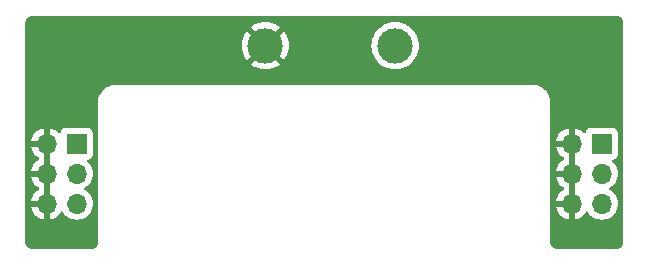
<source format=gbr>
%TF.GenerationSoftware,KiCad,Pcbnew,8.0.1*%
%TF.CreationDate,2024-04-21T16:39:34-04:00*%
%TF.ProjectId,breadboard_pwr_jumper,62726561-6462-46f6-9172-645f7077725f,rev?*%
%TF.SameCoordinates,PX5c38660PY52dfd20*%
%TF.FileFunction,Copper,L2,Bot*%
%TF.FilePolarity,Positive*%
%FSLAX46Y46*%
G04 Gerber Fmt 4.6, Leading zero omitted, Abs format (unit mm)*
G04 Created by KiCad (PCBNEW 8.0.1) date 2024-04-21 16:39:34*
%MOMM*%
%LPD*%
G01*
G04 APERTURE LIST*
%TA.AperFunction,ComponentPad*%
%ADD10C,3.000000*%
%TD*%
%TA.AperFunction,ComponentPad*%
%ADD11R,1.700000X1.700000*%
%TD*%
%TA.AperFunction,ComponentPad*%
%ADD12O,1.700000X1.700000*%
%TD*%
G04 APERTURE END LIST*
D10*
%TO.P,TP2,1,1*%
%TO.N,/V2*%
X21800000Y-4800000D03*
%TD*%
%TO.P,TP1,1,1*%
%TO.N,/V1*%
X32800000Y-4800000D03*
%TD*%
D11*
%TO.P,J2,1,Pin_1*%
%TO.N,/V1*%
X50290000Y-13100000D03*
D12*
%TO.P,J2,2,Pin_2*%
%TO.N,/V2*%
X47750000Y-13100000D03*
%TO.P,J2,3,Pin_3*%
%TO.N,/V1*%
X50290000Y-15640000D03*
%TO.P,J2,4,Pin_4*%
%TO.N,/V2*%
X47750000Y-15640000D03*
%TO.P,J2,5,Pin_5*%
%TO.N,/V1*%
X50290000Y-18180000D03*
%TO.P,J2,6,Pin_6*%
%TO.N,/V2*%
X47750000Y-18180000D03*
%TD*%
D11*
%TO.P,J1,1,Pin_1*%
%TO.N,/V1*%
X5840000Y-13100000D03*
D12*
%TO.P,J1,2,Pin_2*%
%TO.N,/V2*%
X3300000Y-13100000D03*
%TO.P,J1,3,Pin_3*%
%TO.N,/V1*%
X5840000Y-15640000D03*
%TO.P,J1,4,Pin_4*%
%TO.N,/V2*%
X3300000Y-15640000D03*
%TO.P,J1,5,Pin_5*%
%TO.N,/V1*%
X5840000Y-18180000D03*
%TO.P,J1,6,Pin_6*%
%TO.N,/V2*%
X3300000Y-18180000D03*
%TD*%
%TA.AperFunction,Conductor*%
%TO.N,/V2*%
G36*
X3550000Y-17746988D02*
G01*
X3492993Y-17714075D01*
X3365826Y-17680000D01*
X3234174Y-17680000D01*
X3107007Y-17714075D01*
X3050000Y-17746988D01*
X3050000Y-16073012D01*
X3107007Y-16105925D01*
X3234174Y-16140000D01*
X3365826Y-16140000D01*
X3492993Y-16105925D01*
X3550000Y-16073012D01*
X3550000Y-17746988D01*
G37*
%TD.AperFunction*%
%TA.AperFunction,Conductor*%
G36*
X3550000Y-15206988D02*
G01*
X3492993Y-15174075D01*
X3365826Y-15140000D01*
X3234174Y-15140000D01*
X3107007Y-15174075D01*
X3050000Y-15206988D01*
X3050000Y-13533012D01*
X3107007Y-13565925D01*
X3234174Y-13600000D01*
X3365826Y-13600000D01*
X3492993Y-13565925D01*
X3550000Y-13533012D01*
X3550000Y-15206988D01*
G37*
%TD.AperFunction*%
%TA.AperFunction,Conductor*%
G36*
X48000000Y-17746988D02*
G01*
X47942993Y-17714075D01*
X47815826Y-17680000D01*
X47684174Y-17680000D01*
X47557007Y-17714075D01*
X47500000Y-17746988D01*
X47500000Y-16073012D01*
X47557007Y-16105925D01*
X47684174Y-16140000D01*
X47815826Y-16140000D01*
X47942993Y-16105925D01*
X48000000Y-16073012D01*
X48000000Y-17746988D01*
G37*
%TD.AperFunction*%
%TA.AperFunction,Conductor*%
G36*
X48000000Y-15206988D02*
G01*
X47942993Y-15174075D01*
X47815826Y-15140000D01*
X47684174Y-15140000D01*
X47557007Y-15174075D01*
X47500000Y-15206988D01*
X47500000Y-13533012D01*
X47557007Y-13565925D01*
X47684174Y-13600000D01*
X47815826Y-13600000D01*
X47942993Y-13565925D01*
X48000000Y-13533012D01*
X48000000Y-15206988D01*
G37*
%TD.AperFunction*%
%TA.AperFunction,Conductor*%
G36*
X51606922Y-2301280D02*
G01*
X51697266Y-2311459D01*
X51724331Y-2317636D01*
X51803540Y-2345352D01*
X51828553Y-2357398D01*
X51899606Y-2402043D01*
X51921313Y-2419355D01*
X51980644Y-2478686D01*
X51997957Y-2500395D01*
X52042600Y-2571444D01*
X52054648Y-2596462D01*
X52082362Y-2675666D01*
X52088540Y-2702735D01*
X52098720Y-2793076D01*
X52099500Y-2806961D01*
X52099500Y-21483038D01*
X52098720Y-21496923D01*
X52088540Y-21587264D01*
X52082362Y-21614333D01*
X52054648Y-21693537D01*
X52042600Y-21718555D01*
X51997957Y-21789604D01*
X51980644Y-21811313D01*
X51921313Y-21870644D01*
X51899604Y-21887957D01*
X51828555Y-21932600D01*
X51803537Y-21944648D01*
X51724333Y-21972362D01*
X51697264Y-21978540D01*
X51617075Y-21987576D01*
X51606921Y-21988720D01*
X51593038Y-21989500D01*
X46456962Y-21989500D01*
X46443078Y-21988720D01*
X46430553Y-21987308D01*
X46352735Y-21978540D01*
X46325666Y-21972362D01*
X46246462Y-21944648D01*
X46221444Y-21932600D01*
X46150395Y-21887957D01*
X46128686Y-21870644D01*
X46069355Y-21811313D01*
X46052042Y-21789604D01*
X46007399Y-21718555D01*
X45995351Y-21693537D01*
X45967637Y-21614333D01*
X45961459Y-21587263D01*
X45951280Y-21496922D01*
X45950500Y-21483038D01*
X45950500Y-18430000D01*
X46419364Y-18430000D01*
X46476567Y-18643486D01*
X46476570Y-18643492D01*
X46576399Y-18857578D01*
X46711894Y-19051082D01*
X46878917Y-19218105D01*
X47072421Y-19353600D01*
X47286507Y-19453429D01*
X47286516Y-19453433D01*
X47500000Y-19510634D01*
X47500000Y-18613012D01*
X47557007Y-18645925D01*
X47684174Y-18680000D01*
X47815826Y-18680000D01*
X47942993Y-18645925D01*
X48000000Y-18613012D01*
X48000000Y-19510633D01*
X48213483Y-19453433D01*
X48213492Y-19453429D01*
X48427578Y-19353600D01*
X48621082Y-19218105D01*
X48788105Y-19051082D01*
X48918119Y-18865405D01*
X48972696Y-18821781D01*
X49042195Y-18814588D01*
X49104549Y-18846110D01*
X49121269Y-18865405D01*
X49251505Y-19051401D01*
X49418599Y-19218495D01*
X49515384Y-19286265D01*
X49612165Y-19354032D01*
X49612167Y-19354033D01*
X49612170Y-19354035D01*
X49826337Y-19453903D01*
X50054592Y-19515063D01*
X50242918Y-19531539D01*
X50289999Y-19535659D01*
X50290000Y-19535659D01*
X50290001Y-19535659D01*
X50329234Y-19532226D01*
X50525408Y-19515063D01*
X50753663Y-19453903D01*
X50967830Y-19354035D01*
X51161401Y-19218495D01*
X51328495Y-19051401D01*
X51464035Y-18857830D01*
X51563903Y-18643663D01*
X51625063Y-18415408D01*
X51645659Y-18180000D01*
X51625063Y-17944592D01*
X51563903Y-17716337D01*
X51464035Y-17502171D01*
X51458731Y-17494595D01*
X51328494Y-17308597D01*
X51161402Y-17141506D01*
X51161396Y-17141501D01*
X50975842Y-17011575D01*
X50932217Y-16956998D01*
X50925023Y-16887500D01*
X50956546Y-16825145D01*
X50975842Y-16808425D01*
X50998026Y-16792891D01*
X51161401Y-16678495D01*
X51328495Y-16511401D01*
X51464035Y-16317830D01*
X51563903Y-16103663D01*
X51625063Y-15875408D01*
X51645659Y-15640000D01*
X51625063Y-15404592D01*
X51563903Y-15176337D01*
X51464035Y-14962171D01*
X51458730Y-14954595D01*
X51328496Y-14768600D01*
X51328494Y-14768598D01*
X51206567Y-14646671D01*
X51173084Y-14585351D01*
X51178068Y-14515659D01*
X51219939Y-14459725D01*
X51250915Y-14442810D01*
X51382331Y-14393796D01*
X51497546Y-14307546D01*
X51583796Y-14192331D01*
X51634091Y-14057483D01*
X51640500Y-13997873D01*
X51640499Y-12202128D01*
X51634091Y-12142517D01*
X51633002Y-12139598D01*
X51583797Y-12007671D01*
X51583793Y-12007664D01*
X51497547Y-11892455D01*
X51497544Y-11892452D01*
X51382335Y-11806206D01*
X51382328Y-11806202D01*
X51247482Y-11755908D01*
X51247483Y-11755908D01*
X51187883Y-11749501D01*
X51187881Y-11749500D01*
X51187873Y-11749500D01*
X51187864Y-11749500D01*
X49392129Y-11749500D01*
X49392123Y-11749501D01*
X49332516Y-11755908D01*
X49197671Y-11806202D01*
X49197664Y-11806206D01*
X49082455Y-11892452D01*
X49082452Y-11892455D01*
X48996206Y-12007664D01*
X48996202Y-12007671D01*
X48946997Y-12139598D01*
X48905126Y-12195532D01*
X48839661Y-12219949D01*
X48771388Y-12205097D01*
X48743134Y-12183946D01*
X48621082Y-12061894D01*
X48427578Y-11926399D01*
X48213492Y-11826570D01*
X48213486Y-11826567D01*
X48000000Y-11769364D01*
X48000000Y-12666988D01*
X47942993Y-12634075D01*
X47815826Y-12600000D01*
X47684174Y-12600000D01*
X47557007Y-12634075D01*
X47500000Y-12666988D01*
X47500000Y-11769364D01*
X47499999Y-11769364D01*
X47286513Y-11826567D01*
X47286507Y-11826570D01*
X47072422Y-11926399D01*
X47072420Y-11926400D01*
X46878926Y-12061886D01*
X46878920Y-12061891D01*
X46711891Y-12228920D01*
X46711886Y-12228926D01*
X46576400Y-12422420D01*
X46576399Y-12422422D01*
X46476570Y-12636507D01*
X46476567Y-12636513D01*
X46419364Y-12849999D01*
X46419364Y-12850000D01*
X47316988Y-12850000D01*
X47284075Y-12907007D01*
X47250000Y-13034174D01*
X47250000Y-13165826D01*
X47284075Y-13292993D01*
X47316988Y-13350000D01*
X46419364Y-13350000D01*
X46476567Y-13563486D01*
X46476570Y-13563492D01*
X46576399Y-13777578D01*
X46711894Y-13971082D01*
X46878917Y-14138105D01*
X47065031Y-14268425D01*
X47108656Y-14323003D01*
X47115848Y-14392501D01*
X47084326Y-14454856D01*
X47065031Y-14471575D01*
X46878922Y-14601890D01*
X46878920Y-14601891D01*
X46711891Y-14768920D01*
X46711886Y-14768926D01*
X46576400Y-14962420D01*
X46576399Y-14962422D01*
X46476570Y-15176507D01*
X46476567Y-15176513D01*
X46419364Y-15389999D01*
X46419364Y-15390000D01*
X47316988Y-15390000D01*
X47284075Y-15447007D01*
X47250000Y-15574174D01*
X47250000Y-15705826D01*
X47284075Y-15832993D01*
X47316988Y-15890000D01*
X46419364Y-15890000D01*
X46476567Y-16103486D01*
X46476570Y-16103492D01*
X46576399Y-16317578D01*
X46711894Y-16511082D01*
X46878917Y-16678105D01*
X47065031Y-16808425D01*
X47108656Y-16863003D01*
X47115848Y-16932501D01*
X47084326Y-16994856D01*
X47065031Y-17011575D01*
X46878922Y-17141890D01*
X46878920Y-17141891D01*
X46711891Y-17308920D01*
X46711886Y-17308926D01*
X46576400Y-17502420D01*
X46576399Y-17502422D01*
X46476570Y-17716507D01*
X46476567Y-17716513D01*
X46419364Y-17929999D01*
X46419364Y-17930000D01*
X47316988Y-17930000D01*
X47284075Y-17987007D01*
X47250000Y-18114174D01*
X47250000Y-18245826D01*
X47284075Y-18372993D01*
X47316988Y-18430000D01*
X46419364Y-18430000D01*
X45950500Y-18430000D01*
X45950500Y-9492683D01*
X45950500Y-9492682D01*
X45919954Y-9280231D01*
X45859484Y-9074290D01*
X45859483Y-9074288D01*
X45859482Y-9074284D01*
X45770327Y-8879061D01*
X45770320Y-8879048D01*
X45737211Y-8827531D01*
X45654281Y-8698487D01*
X45621172Y-8660277D01*
X45513724Y-8536275D01*
X45351514Y-8395720D01*
X45351513Y-8395719D01*
X45286991Y-8354253D01*
X45170951Y-8279679D01*
X45170938Y-8279672D01*
X44975715Y-8190517D01*
X44769774Y-8130047D01*
X44769764Y-8130044D01*
X44578754Y-8102582D01*
X44557318Y-8099500D01*
X44515892Y-8099500D01*
X9215892Y-8099500D01*
X9150000Y-8099500D01*
X9042682Y-8099500D01*
X8830235Y-8130044D01*
X8830225Y-8130047D01*
X8624284Y-8190517D01*
X8429061Y-8279672D01*
X8429048Y-8279679D01*
X8248485Y-8395720D01*
X8086275Y-8536275D01*
X7945720Y-8698485D01*
X7829679Y-8879048D01*
X7829672Y-8879061D01*
X7740517Y-9074284D01*
X7680047Y-9280225D01*
X7680044Y-9280235D01*
X7649500Y-9492682D01*
X7649500Y-21483038D01*
X7648720Y-21496923D01*
X7638540Y-21587264D01*
X7632362Y-21614333D01*
X7604648Y-21693537D01*
X7592600Y-21718555D01*
X7547957Y-21789604D01*
X7530644Y-21811313D01*
X7471313Y-21870644D01*
X7449604Y-21887957D01*
X7378555Y-21932600D01*
X7353537Y-21944648D01*
X7274333Y-21972362D01*
X7247264Y-21978540D01*
X7167075Y-21987576D01*
X7156921Y-21988720D01*
X7143038Y-21989500D01*
X2006962Y-21989500D01*
X1993078Y-21988720D01*
X1980553Y-21987308D01*
X1902735Y-21978540D01*
X1875666Y-21972362D01*
X1796462Y-21944648D01*
X1771444Y-21932600D01*
X1700395Y-21887957D01*
X1678686Y-21870644D01*
X1619355Y-21811313D01*
X1602042Y-21789604D01*
X1557399Y-21718555D01*
X1545351Y-21693537D01*
X1517637Y-21614333D01*
X1511459Y-21587263D01*
X1501280Y-21496922D01*
X1500500Y-21483038D01*
X1500500Y-18430000D01*
X1969364Y-18430000D01*
X2026567Y-18643486D01*
X2026570Y-18643492D01*
X2126399Y-18857578D01*
X2261894Y-19051082D01*
X2428917Y-19218105D01*
X2622421Y-19353600D01*
X2836507Y-19453429D01*
X2836516Y-19453433D01*
X3050000Y-19510634D01*
X3050000Y-18613012D01*
X3107007Y-18645925D01*
X3234174Y-18680000D01*
X3365826Y-18680000D01*
X3492993Y-18645925D01*
X3550000Y-18613012D01*
X3550000Y-19510633D01*
X3763483Y-19453433D01*
X3763492Y-19453429D01*
X3977578Y-19353600D01*
X4171082Y-19218105D01*
X4338105Y-19051082D01*
X4468119Y-18865405D01*
X4522696Y-18821781D01*
X4592195Y-18814588D01*
X4654549Y-18846110D01*
X4671269Y-18865405D01*
X4801505Y-19051401D01*
X4968599Y-19218495D01*
X5065384Y-19286265D01*
X5162165Y-19354032D01*
X5162167Y-19354033D01*
X5162170Y-19354035D01*
X5376337Y-19453903D01*
X5604592Y-19515063D01*
X5792918Y-19531539D01*
X5839999Y-19535659D01*
X5840000Y-19535659D01*
X5840001Y-19535659D01*
X5879234Y-19532226D01*
X6075408Y-19515063D01*
X6303663Y-19453903D01*
X6517830Y-19354035D01*
X6711401Y-19218495D01*
X6878495Y-19051401D01*
X7014035Y-18857830D01*
X7113903Y-18643663D01*
X7175063Y-18415408D01*
X7195659Y-18180000D01*
X7175063Y-17944592D01*
X7113903Y-17716337D01*
X7014035Y-17502171D01*
X7008731Y-17494595D01*
X6878494Y-17308597D01*
X6711402Y-17141506D01*
X6711396Y-17141501D01*
X6525842Y-17011575D01*
X6482217Y-16956998D01*
X6475023Y-16887500D01*
X6506546Y-16825145D01*
X6525842Y-16808425D01*
X6548026Y-16792891D01*
X6711401Y-16678495D01*
X6878495Y-16511401D01*
X7014035Y-16317830D01*
X7113903Y-16103663D01*
X7175063Y-15875408D01*
X7195659Y-15640000D01*
X7175063Y-15404592D01*
X7113903Y-15176337D01*
X7014035Y-14962171D01*
X7008730Y-14954595D01*
X6878496Y-14768600D01*
X6878494Y-14768598D01*
X6756567Y-14646671D01*
X6723084Y-14585351D01*
X6728068Y-14515659D01*
X6769939Y-14459725D01*
X6800915Y-14442810D01*
X6932331Y-14393796D01*
X7047546Y-14307546D01*
X7133796Y-14192331D01*
X7184091Y-14057483D01*
X7190500Y-13997873D01*
X7190499Y-12202128D01*
X7184091Y-12142517D01*
X7183002Y-12139598D01*
X7133797Y-12007671D01*
X7133793Y-12007664D01*
X7047547Y-11892455D01*
X7047544Y-11892452D01*
X6932335Y-11806206D01*
X6932328Y-11806202D01*
X6797482Y-11755908D01*
X6797483Y-11755908D01*
X6737883Y-11749501D01*
X6737881Y-11749500D01*
X6737873Y-11749500D01*
X6737864Y-11749500D01*
X4942129Y-11749500D01*
X4942123Y-11749501D01*
X4882516Y-11755908D01*
X4747671Y-11806202D01*
X4747664Y-11806206D01*
X4632455Y-11892452D01*
X4632452Y-11892455D01*
X4546206Y-12007664D01*
X4546202Y-12007671D01*
X4496997Y-12139598D01*
X4455126Y-12195532D01*
X4389661Y-12219949D01*
X4321388Y-12205097D01*
X4293134Y-12183946D01*
X4171082Y-12061894D01*
X3977578Y-11926399D01*
X3763492Y-11826570D01*
X3763486Y-11826567D01*
X3550000Y-11769364D01*
X3550000Y-12666988D01*
X3492993Y-12634075D01*
X3365826Y-12600000D01*
X3234174Y-12600000D01*
X3107007Y-12634075D01*
X3050000Y-12666988D01*
X3050000Y-11769364D01*
X3049999Y-11769364D01*
X2836513Y-11826567D01*
X2836507Y-11826570D01*
X2622422Y-11926399D01*
X2622420Y-11926400D01*
X2428926Y-12061886D01*
X2428920Y-12061891D01*
X2261891Y-12228920D01*
X2261886Y-12228926D01*
X2126400Y-12422420D01*
X2126399Y-12422422D01*
X2026570Y-12636507D01*
X2026567Y-12636513D01*
X1969364Y-12849999D01*
X1969364Y-12850000D01*
X2866988Y-12850000D01*
X2834075Y-12907007D01*
X2800000Y-13034174D01*
X2800000Y-13165826D01*
X2834075Y-13292993D01*
X2866988Y-13350000D01*
X1969364Y-13350000D01*
X2026567Y-13563486D01*
X2026570Y-13563492D01*
X2126399Y-13777578D01*
X2261894Y-13971082D01*
X2428917Y-14138105D01*
X2615031Y-14268425D01*
X2658656Y-14323003D01*
X2665848Y-14392501D01*
X2634326Y-14454856D01*
X2615031Y-14471575D01*
X2428922Y-14601890D01*
X2428920Y-14601891D01*
X2261891Y-14768920D01*
X2261886Y-14768926D01*
X2126400Y-14962420D01*
X2126399Y-14962422D01*
X2026570Y-15176507D01*
X2026567Y-15176513D01*
X1969364Y-15389999D01*
X1969364Y-15390000D01*
X2866988Y-15390000D01*
X2834075Y-15447007D01*
X2800000Y-15574174D01*
X2800000Y-15705826D01*
X2834075Y-15832993D01*
X2866988Y-15890000D01*
X1969364Y-15890000D01*
X2026567Y-16103486D01*
X2026570Y-16103492D01*
X2126399Y-16317578D01*
X2261894Y-16511082D01*
X2428917Y-16678105D01*
X2615031Y-16808425D01*
X2658656Y-16863003D01*
X2665848Y-16932501D01*
X2634326Y-16994856D01*
X2615031Y-17011575D01*
X2428922Y-17141890D01*
X2428920Y-17141891D01*
X2261891Y-17308920D01*
X2261886Y-17308926D01*
X2126400Y-17502420D01*
X2126399Y-17502422D01*
X2026570Y-17716507D01*
X2026567Y-17716513D01*
X1969364Y-17929999D01*
X1969364Y-17930000D01*
X2866988Y-17930000D01*
X2834075Y-17987007D01*
X2800000Y-18114174D01*
X2800000Y-18245826D01*
X2834075Y-18372993D01*
X2866988Y-18430000D01*
X1969364Y-18430000D01*
X1500500Y-18430000D01*
X1500500Y-4800001D01*
X19794891Y-4800001D01*
X19815300Y-5085362D01*
X19876109Y-5364895D01*
X19976091Y-5632958D01*
X20113191Y-5884038D01*
X20113196Y-5884046D01*
X20219882Y-6026561D01*
X20219883Y-6026562D01*
X21084152Y-5162292D01*
X21091049Y-5178942D01*
X21178599Y-5309970D01*
X21290030Y-5421401D01*
X21421058Y-5508951D01*
X21437705Y-5515846D01*
X20573436Y-6380115D01*
X20715960Y-6486807D01*
X20715961Y-6486808D01*
X20967042Y-6623908D01*
X20967041Y-6623908D01*
X21235104Y-6723890D01*
X21514637Y-6784699D01*
X21799999Y-6805109D01*
X21800001Y-6805109D01*
X22085362Y-6784699D01*
X22364895Y-6723890D01*
X22632958Y-6623908D01*
X22884047Y-6486803D01*
X23026561Y-6380116D01*
X23026562Y-6380115D01*
X22162294Y-5515846D01*
X22178942Y-5508951D01*
X22309970Y-5421401D01*
X22421401Y-5309970D01*
X22508951Y-5178942D01*
X22515846Y-5162293D01*
X23380115Y-6026562D01*
X23380116Y-6026561D01*
X23486803Y-5884047D01*
X23623908Y-5632958D01*
X23723890Y-5364895D01*
X23784699Y-5085362D01*
X23805109Y-4800001D01*
X30794390Y-4800001D01*
X30814804Y-5085433D01*
X30875628Y-5365037D01*
X30875630Y-5365043D01*
X30875631Y-5365046D01*
X30929305Y-5508951D01*
X30975635Y-5633166D01*
X31112770Y-5884309D01*
X31112775Y-5884317D01*
X31284254Y-6113387D01*
X31284270Y-6113405D01*
X31486594Y-6315729D01*
X31486612Y-6315745D01*
X31715682Y-6487224D01*
X31715690Y-6487229D01*
X31966833Y-6624364D01*
X31966832Y-6624364D01*
X31966836Y-6624365D01*
X31966839Y-6624367D01*
X32234954Y-6724369D01*
X32234960Y-6724370D01*
X32234962Y-6724371D01*
X32514566Y-6785195D01*
X32514568Y-6785195D01*
X32514572Y-6785196D01*
X32768220Y-6803337D01*
X32799999Y-6805610D01*
X32800000Y-6805610D01*
X32800001Y-6805610D01*
X32828595Y-6803564D01*
X33085428Y-6785196D01*
X33365046Y-6724369D01*
X33633161Y-6624367D01*
X33884315Y-6487226D01*
X34113395Y-6315739D01*
X34315739Y-6113395D01*
X34487226Y-5884315D01*
X34624367Y-5633161D01*
X34724369Y-5365046D01*
X34785196Y-5085428D01*
X34805610Y-4800000D01*
X34785196Y-4514572D01*
X34764853Y-4421058D01*
X34724371Y-4234962D01*
X34724370Y-4234960D01*
X34724369Y-4234954D01*
X34624367Y-3966839D01*
X34487372Y-3715953D01*
X34487229Y-3715690D01*
X34487224Y-3715682D01*
X34315745Y-3486612D01*
X34315729Y-3486594D01*
X34113405Y-3284270D01*
X34113387Y-3284254D01*
X33884317Y-3112775D01*
X33884309Y-3112770D01*
X33633166Y-2975635D01*
X33633167Y-2975635D01*
X33525915Y-2935632D01*
X33365046Y-2875631D01*
X33365043Y-2875630D01*
X33365037Y-2875628D01*
X33085433Y-2814804D01*
X32800001Y-2794390D01*
X32799999Y-2794390D01*
X32514566Y-2814804D01*
X32234962Y-2875628D01*
X31966833Y-2975635D01*
X31715690Y-3112770D01*
X31715682Y-3112775D01*
X31486612Y-3284254D01*
X31486594Y-3284270D01*
X31284270Y-3486594D01*
X31284254Y-3486612D01*
X31112775Y-3715682D01*
X31112770Y-3715690D01*
X30975635Y-3966833D01*
X30875628Y-4234962D01*
X30814804Y-4514566D01*
X30794390Y-4799998D01*
X30794390Y-4800001D01*
X23805109Y-4800001D01*
X23805109Y-4799998D01*
X23784699Y-4514637D01*
X23723890Y-4235104D01*
X23623908Y-3967041D01*
X23486808Y-3715961D01*
X23486807Y-3715960D01*
X23380115Y-3573436D01*
X22515846Y-4437705D01*
X22508951Y-4421058D01*
X22421401Y-4290030D01*
X22309970Y-4178599D01*
X22178942Y-4091049D01*
X22162293Y-4084152D01*
X23026562Y-3219883D01*
X23026561Y-3219882D01*
X22884046Y-3113196D01*
X22884038Y-3113191D01*
X22632957Y-2976091D01*
X22632958Y-2976091D01*
X22364895Y-2876109D01*
X22085362Y-2815300D01*
X21800001Y-2794891D01*
X21799999Y-2794891D01*
X21514637Y-2815300D01*
X21235104Y-2876109D01*
X20967041Y-2976091D01*
X20715961Y-3113191D01*
X20715953Y-3113196D01*
X20573437Y-3219882D01*
X20573436Y-3219883D01*
X21437706Y-4084152D01*
X21421058Y-4091049D01*
X21290030Y-4178599D01*
X21178599Y-4290030D01*
X21091049Y-4421058D01*
X21084153Y-4437706D01*
X20219883Y-3573436D01*
X20219882Y-3573437D01*
X20113196Y-3715953D01*
X20113191Y-3715961D01*
X19976091Y-3967041D01*
X19876109Y-4235104D01*
X19815300Y-4514637D01*
X19794891Y-4799998D01*
X19794891Y-4800001D01*
X1500500Y-4800001D01*
X1500500Y-2806961D01*
X1501280Y-2793077D01*
X1501280Y-2793076D01*
X1511459Y-2702731D01*
X1517635Y-2675670D01*
X1545353Y-2596456D01*
X1557396Y-2571450D01*
X1602046Y-2500389D01*
X1619351Y-2478690D01*
X1678690Y-2419351D01*
X1700389Y-2402046D01*
X1771450Y-2357396D01*
X1796456Y-2345353D01*
X1875670Y-2317635D01*
X1902733Y-2311459D01*
X1965419Y-2304396D01*
X1993079Y-2301280D01*
X2006962Y-2300500D01*
X2065892Y-2300500D01*
X51534108Y-2300500D01*
X51593038Y-2300500D01*
X51606922Y-2301280D01*
G37*
%TD.AperFunction*%
%TD*%
M02*

</source>
